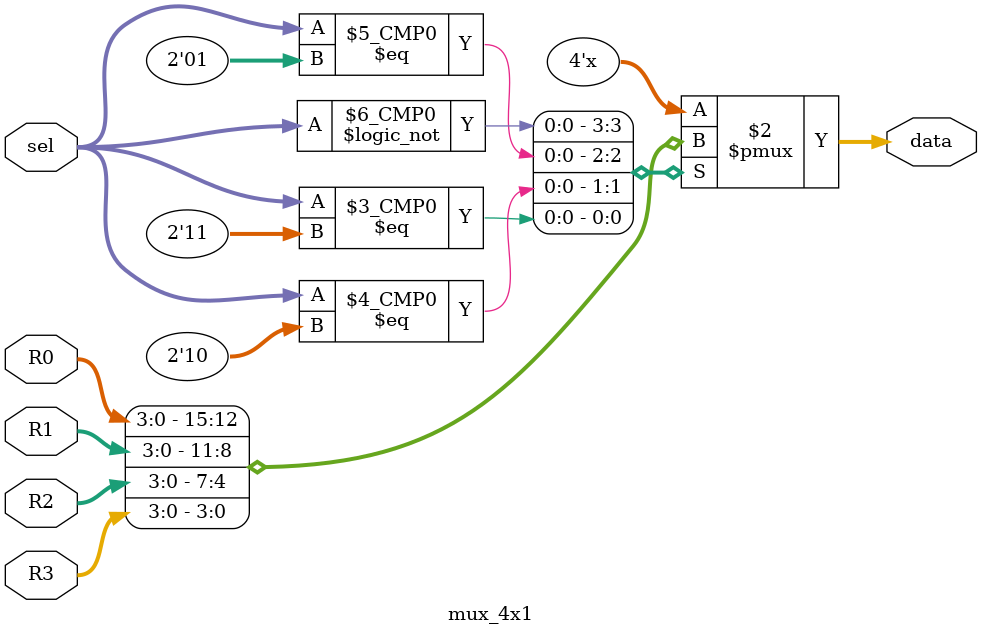
<source format=sv>

module  mux_4x1 #(parameter n=4)
					(
					input  logic [1:0]sel,
					input  logic [n-1:0]R0,R1,R2,R3,
					output logic [n-1:0]data);
					
always_comb 
	case (sel) 
		2'b00 : data = R0;
		2'b01 : data = R1;
		2'b10 : data = R2;
		2'b11 : data = R3;
	endcase 

endmodule 


</source>
